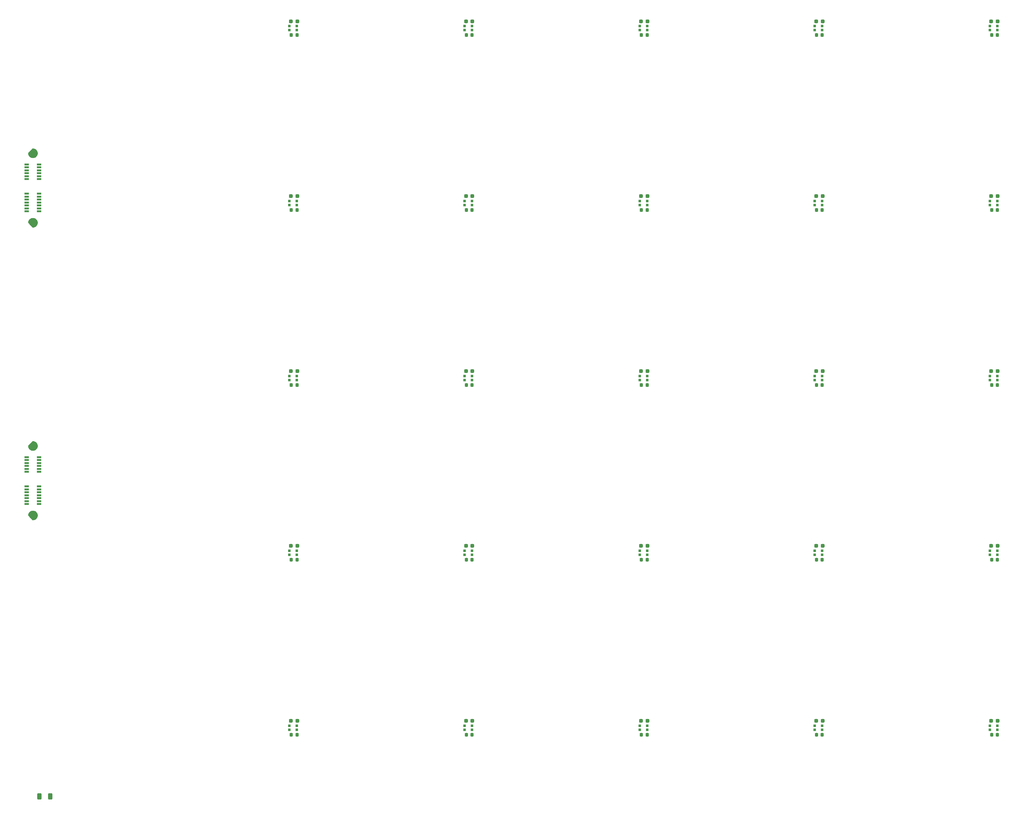
<source format=gbr>
%TF.GenerationSoftware,KiCad,Pcbnew,8.0.2-1*%
%TF.CreationDate,2024-06-20T12:26:40-04:00*%
%TF.ProjectId,EvenLayers_1.3mm_SiPM,4576656e-4c61-4796-9572-735f312e336d,rev?*%
%TF.SameCoordinates,Original*%
%TF.FileFunction,Paste,Top*%
%TF.FilePolarity,Positive*%
%FSLAX46Y46*%
G04 Gerber Fmt 4.6, Leading zero omitted, Abs format (unit mm)*
G04 Created by KiCad (PCBNEW 8.0.2-1) date 2024-06-20 12:26:40*
%MOMM*%
%LPD*%
G01*
G04 APERTURE LIST*
G04 Aperture macros list*
%AMRoundRect*
0 Rectangle with rounded corners*
0 $1 Rounding radius*
0 $2 $3 $4 $5 $6 $7 $8 $9 X,Y pos of 4 corners*
0 Add a 4 corners polygon primitive as box body*
4,1,4,$2,$3,$4,$5,$6,$7,$8,$9,$2,$3,0*
0 Add four circle primitives for the rounded corners*
1,1,$1+$1,$2,$3*
1,1,$1+$1,$4,$5*
1,1,$1+$1,$6,$7*
1,1,$1+$1,$8,$9*
0 Add four rect primitives between the rounded corners*
20,1,$1+$1,$2,$3,$4,$5,0*
20,1,$1+$1,$4,$5,$6,$7,0*
20,1,$1+$1,$6,$7,$8,$9,0*
20,1,$1+$1,$8,$9,$2,$3,0*%
G04 Aperture macros list end*
%ADD10C,0.010000*%
%ADD11RoundRect,0.237500X-0.287500X-0.237500X0.287500X-0.237500X0.287500X0.237500X-0.287500X0.237500X0*%
%ADD12RoundRect,0.225000X-0.225000X-0.250000X0.225000X-0.250000X0.225000X0.250000X-0.225000X0.250000X0*%
%ADD13R,0.700000X0.700000*%
%ADD14R,1.200000X0.500000*%
%ADD15RoundRect,0.250000X-0.312500X-0.625000X0.312500X-0.625000X0.312500X0.625000X-0.312500X0.625000X0*%
G04 APERTURE END LIST*
D10*
%TO.C,REF\u002A\u002A*%
X60066000Y-148227000D02*
X60133000Y-148232000D01*
X60199000Y-148241000D01*
X60264000Y-148253000D01*
X60329000Y-148268000D01*
X60392000Y-148287000D01*
X60455000Y-148309000D01*
X60517000Y-148335000D01*
X60577000Y-148363000D01*
X60635000Y-148395000D01*
X60692000Y-148430000D01*
X60746000Y-148468000D01*
X60799000Y-148508000D01*
X60850000Y-148551000D01*
X60898000Y-148597000D01*
X60944000Y-148645000D01*
X60987000Y-148696000D01*
X61027000Y-148749000D01*
X61065000Y-148803000D01*
X61100000Y-148860000D01*
X61132000Y-148918000D01*
X61160000Y-148978000D01*
X61186000Y-149040000D01*
X61208000Y-149103000D01*
X61227000Y-149166000D01*
X61242000Y-149231000D01*
X61254000Y-149296000D01*
X61263000Y-149362000D01*
X61268000Y-149429000D01*
X61270000Y-149495000D01*
X61268000Y-149561000D01*
X61263000Y-149628000D01*
X61254000Y-149694000D01*
X61242000Y-149759000D01*
X61227000Y-149824000D01*
X61208000Y-149887000D01*
X61186000Y-149950000D01*
X61160000Y-150012000D01*
X61132000Y-150072000D01*
X61100000Y-150130000D01*
X61065000Y-150187000D01*
X61027000Y-150241000D01*
X60987000Y-150294000D01*
X60944000Y-150345000D01*
X60898000Y-150393000D01*
X60873000Y-150416000D01*
X60847000Y-150439000D01*
X60821000Y-150462000D01*
X60794000Y-150484000D01*
X60766000Y-150505000D01*
X60738000Y-150525000D01*
X60709000Y-150544000D01*
X60680000Y-150563000D01*
X60651000Y-150581000D01*
X60620000Y-150598000D01*
X60590000Y-150615000D01*
X60559000Y-150630000D01*
X60527000Y-150645000D01*
X60496000Y-150659000D01*
X60464000Y-150672000D01*
X60431000Y-150685000D01*
X60398000Y-150696000D01*
X60365000Y-150707000D01*
X60332000Y-150716000D01*
X60298000Y-150725000D01*
X60265000Y-150733000D01*
X60231000Y-150740000D01*
X60197000Y-150746000D01*
X60162000Y-150752000D01*
X60128000Y-150756000D01*
X60093000Y-150759000D01*
X60059000Y-150762000D01*
X60024000Y-150764000D01*
X59989000Y-150764000D01*
X59954000Y-150764000D01*
X58731000Y-149541000D01*
X58730740Y-149540960D01*
X58731000Y-149506000D01*
X58731000Y-149471000D01*
X58733000Y-149436000D01*
X58736000Y-149402000D01*
X58739000Y-149367000D01*
X58743000Y-149333000D01*
X58749000Y-149298000D01*
X58755000Y-149264000D01*
X58762000Y-149230000D01*
X58770000Y-149196000D01*
X58779000Y-149163000D01*
X58788000Y-149130000D01*
X58799000Y-149097000D01*
X58810000Y-149064000D01*
X58823000Y-149031000D01*
X58836000Y-148999000D01*
X58850000Y-148967000D01*
X58865000Y-148936000D01*
X58880000Y-148905000D01*
X58897000Y-148875000D01*
X58914000Y-148844000D01*
X58932000Y-148815000D01*
X58951000Y-148786000D01*
X58970000Y-148757000D01*
X58990000Y-148729000D01*
X59011000Y-148701000D01*
X59033000Y-148674000D01*
X59056000Y-148648000D01*
X59079000Y-148622000D01*
X59102000Y-148597000D01*
X59150000Y-148551000D01*
X59201000Y-148508000D01*
X59254000Y-148468000D01*
X59308000Y-148430000D01*
X59365000Y-148395000D01*
X59423000Y-148363000D01*
X59483000Y-148335000D01*
X59545000Y-148309000D01*
X59608000Y-148287000D01*
X59671000Y-148268000D01*
X59736000Y-148253000D01*
X59801000Y-148241000D01*
X59867000Y-148232000D01*
X59934000Y-148227000D01*
X60000000Y-148225000D01*
X60066000Y-148227000D01*
G36*
X60066000Y-148227000D02*
G01*
X60133000Y-148232000D01*
X60199000Y-148241000D01*
X60264000Y-148253000D01*
X60329000Y-148268000D01*
X60392000Y-148287000D01*
X60455000Y-148309000D01*
X60517000Y-148335000D01*
X60577000Y-148363000D01*
X60635000Y-148395000D01*
X60692000Y-148430000D01*
X60746000Y-148468000D01*
X60799000Y-148508000D01*
X60850000Y-148551000D01*
X60898000Y-148597000D01*
X60944000Y-148645000D01*
X60987000Y-148696000D01*
X61027000Y-148749000D01*
X61065000Y-148803000D01*
X61100000Y-148860000D01*
X61132000Y-148918000D01*
X61160000Y-148978000D01*
X61186000Y-149040000D01*
X61208000Y-149103000D01*
X61227000Y-149166000D01*
X61242000Y-149231000D01*
X61254000Y-149296000D01*
X61263000Y-149362000D01*
X61268000Y-149429000D01*
X61270000Y-149495000D01*
X61268000Y-149561000D01*
X61263000Y-149628000D01*
X61254000Y-149694000D01*
X61242000Y-149759000D01*
X61227000Y-149824000D01*
X61208000Y-149887000D01*
X61186000Y-149950000D01*
X61160000Y-150012000D01*
X61132000Y-150072000D01*
X61100000Y-150130000D01*
X61065000Y-150187000D01*
X61027000Y-150241000D01*
X60987000Y-150294000D01*
X60944000Y-150345000D01*
X60898000Y-150393000D01*
X60873000Y-150416000D01*
X60847000Y-150439000D01*
X60821000Y-150462000D01*
X60794000Y-150484000D01*
X60766000Y-150505000D01*
X60738000Y-150525000D01*
X60709000Y-150544000D01*
X60680000Y-150563000D01*
X60651000Y-150581000D01*
X60620000Y-150598000D01*
X60590000Y-150615000D01*
X60559000Y-150630000D01*
X60527000Y-150645000D01*
X60496000Y-150659000D01*
X60464000Y-150672000D01*
X60431000Y-150685000D01*
X60398000Y-150696000D01*
X60365000Y-150707000D01*
X60332000Y-150716000D01*
X60298000Y-150725000D01*
X60265000Y-150733000D01*
X60231000Y-150740000D01*
X60197000Y-150746000D01*
X60162000Y-150752000D01*
X60128000Y-150756000D01*
X60093000Y-150759000D01*
X60059000Y-150762000D01*
X60024000Y-150764000D01*
X59989000Y-150764000D01*
X59954000Y-150764000D01*
X58731000Y-149541000D01*
X58730740Y-149540960D01*
X58731000Y-149506000D01*
X58731000Y-149471000D01*
X58733000Y-149436000D01*
X58736000Y-149402000D01*
X58739000Y-149367000D01*
X58743000Y-149333000D01*
X58749000Y-149298000D01*
X58755000Y-149264000D01*
X58762000Y-149230000D01*
X58770000Y-149196000D01*
X58779000Y-149163000D01*
X58788000Y-149130000D01*
X58799000Y-149097000D01*
X58810000Y-149064000D01*
X58823000Y-149031000D01*
X58836000Y-148999000D01*
X58850000Y-148967000D01*
X58865000Y-148936000D01*
X58880000Y-148905000D01*
X58897000Y-148875000D01*
X58914000Y-148844000D01*
X58932000Y-148815000D01*
X58951000Y-148786000D01*
X58970000Y-148757000D01*
X58990000Y-148729000D01*
X59011000Y-148701000D01*
X59033000Y-148674000D01*
X59056000Y-148648000D01*
X59079000Y-148622000D01*
X59102000Y-148597000D01*
X59150000Y-148551000D01*
X59201000Y-148508000D01*
X59254000Y-148468000D01*
X59308000Y-148430000D01*
X59365000Y-148395000D01*
X59423000Y-148363000D01*
X59483000Y-148335000D01*
X59545000Y-148309000D01*
X59608000Y-148287000D01*
X59671000Y-148268000D01*
X59736000Y-148253000D01*
X59801000Y-148241000D01*
X59867000Y-148232000D01*
X59934000Y-148227000D01*
X60000000Y-148225000D01*
X60066000Y-148227000D01*
G37*
X59989000Y-129236000D02*
X60024000Y-129236000D01*
X60059000Y-129238000D01*
X60093000Y-129241000D01*
X60128000Y-129244000D01*
X60162000Y-129248000D01*
X60197000Y-129254000D01*
X60231000Y-129260000D01*
X60265000Y-129267000D01*
X60298000Y-129275000D01*
X60332000Y-129284000D01*
X60365000Y-129293000D01*
X60398000Y-129304000D01*
X60431000Y-129315000D01*
X60464000Y-129328000D01*
X60496000Y-129341000D01*
X60527000Y-129355000D01*
X60559000Y-129370000D01*
X60590000Y-129385000D01*
X60620000Y-129402000D01*
X60651000Y-129419000D01*
X60680000Y-129437000D01*
X60709000Y-129456000D01*
X60738000Y-129475000D01*
X60766000Y-129495000D01*
X60794000Y-129516000D01*
X60821000Y-129538000D01*
X60847000Y-129561000D01*
X60873000Y-129584000D01*
X60898000Y-129607000D01*
X60944000Y-129655000D01*
X60987000Y-129706000D01*
X61027000Y-129759000D01*
X61065000Y-129813000D01*
X61100000Y-129870000D01*
X61132000Y-129928000D01*
X61160000Y-129988000D01*
X61186000Y-130050000D01*
X61208000Y-130113000D01*
X61227000Y-130176000D01*
X61242000Y-130241000D01*
X61254000Y-130306000D01*
X61263000Y-130372000D01*
X61268000Y-130439000D01*
X61270000Y-130505000D01*
X61268000Y-130571000D01*
X61263000Y-130638000D01*
X61254000Y-130704000D01*
X61242000Y-130769000D01*
X61227000Y-130834000D01*
X61208000Y-130897000D01*
X61186000Y-130960000D01*
X61160000Y-131022000D01*
X61132000Y-131082000D01*
X61100000Y-131140000D01*
X61065000Y-131197000D01*
X61027000Y-131251000D01*
X60987000Y-131304000D01*
X60944000Y-131355000D01*
X60898000Y-131403000D01*
X60850000Y-131449000D01*
X60799000Y-131492000D01*
X60746000Y-131532000D01*
X60692000Y-131570000D01*
X60635000Y-131605000D01*
X60577000Y-131637000D01*
X60517000Y-131665000D01*
X60455000Y-131691000D01*
X60392000Y-131713000D01*
X60329000Y-131732000D01*
X60264000Y-131747000D01*
X60199000Y-131759000D01*
X60133000Y-131768000D01*
X60066000Y-131773000D01*
X60000000Y-131775000D01*
X59934000Y-131773000D01*
X59867000Y-131768000D01*
X59801000Y-131759000D01*
X59736000Y-131747000D01*
X59671000Y-131732000D01*
X59608000Y-131713000D01*
X59545000Y-131691000D01*
X59483000Y-131665000D01*
X59423000Y-131637000D01*
X59365000Y-131605000D01*
X59308000Y-131570000D01*
X59254000Y-131532000D01*
X59201000Y-131492000D01*
X59150000Y-131449000D01*
X59102000Y-131403000D01*
X59079000Y-131378000D01*
X59056000Y-131352000D01*
X59033000Y-131326000D01*
X59011000Y-131299000D01*
X58990000Y-131271000D01*
X58970000Y-131243000D01*
X58951000Y-131214000D01*
X58932000Y-131185000D01*
X58914000Y-131156000D01*
X58897000Y-131125000D01*
X58880000Y-131095000D01*
X58865000Y-131064000D01*
X58850000Y-131033000D01*
X58836000Y-131001000D01*
X58823000Y-130969000D01*
X58810000Y-130936000D01*
X58799000Y-130903000D01*
X58788000Y-130870000D01*
X58779000Y-130837000D01*
X58770000Y-130804000D01*
X58762000Y-130770000D01*
X58755000Y-130736000D01*
X58749000Y-130702000D01*
X58743000Y-130667000D01*
X58739000Y-130633000D01*
X58736000Y-130598000D01*
X58733000Y-130564000D01*
X58731000Y-130529000D01*
X58731000Y-130494000D01*
X58731000Y-130459000D01*
X59954000Y-129236000D01*
X59954041Y-129235700D01*
X59989000Y-129236000D01*
G36*
X59989000Y-129236000D02*
G01*
X60024000Y-129236000D01*
X60059000Y-129238000D01*
X60093000Y-129241000D01*
X60128000Y-129244000D01*
X60162000Y-129248000D01*
X60197000Y-129254000D01*
X60231000Y-129260000D01*
X60265000Y-129267000D01*
X60298000Y-129275000D01*
X60332000Y-129284000D01*
X60365000Y-129293000D01*
X60398000Y-129304000D01*
X60431000Y-129315000D01*
X60464000Y-129328000D01*
X60496000Y-129341000D01*
X60527000Y-129355000D01*
X60559000Y-129370000D01*
X60590000Y-129385000D01*
X60620000Y-129402000D01*
X60651000Y-129419000D01*
X60680000Y-129437000D01*
X60709000Y-129456000D01*
X60738000Y-129475000D01*
X60766000Y-129495000D01*
X60794000Y-129516000D01*
X60821000Y-129538000D01*
X60847000Y-129561000D01*
X60873000Y-129584000D01*
X60898000Y-129607000D01*
X60944000Y-129655000D01*
X60987000Y-129706000D01*
X61027000Y-129759000D01*
X61065000Y-129813000D01*
X61100000Y-129870000D01*
X61132000Y-129928000D01*
X61160000Y-129988000D01*
X61186000Y-130050000D01*
X61208000Y-130113000D01*
X61227000Y-130176000D01*
X61242000Y-130241000D01*
X61254000Y-130306000D01*
X61263000Y-130372000D01*
X61268000Y-130439000D01*
X61270000Y-130505000D01*
X61268000Y-130571000D01*
X61263000Y-130638000D01*
X61254000Y-130704000D01*
X61242000Y-130769000D01*
X61227000Y-130834000D01*
X61208000Y-130897000D01*
X61186000Y-130960000D01*
X61160000Y-131022000D01*
X61132000Y-131082000D01*
X61100000Y-131140000D01*
X61065000Y-131197000D01*
X61027000Y-131251000D01*
X60987000Y-131304000D01*
X60944000Y-131355000D01*
X60898000Y-131403000D01*
X60850000Y-131449000D01*
X60799000Y-131492000D01*
X60746000Y-131532000D01*
X60692000Y-131570000D01*
X60635000Y-131605000D01*
X60577000Y-131637000D01*
X60517000Y-131665000D01*
X60455000Y-131691000D01*
X60392000Y-131713000D01*
X60329000Y-131732000D01*
X60264000Y-131747000D01*
X60199000Y-131759000D01*
X60133000Y-131768000D01*
X60066000Y-131773000D01*
X60000000Y-131775000D01*
X59934000Y-131773000D01*
X59867000Y-131768000D01*
X59801000Y-131759000D01*
X59736000Y-131747000D01*
X59671000Y-131732000D01*
X59608000Y-131713000D01*
X59545000Y-131691000D01*
X59483000Y-131665000D01*
X59423000Y-131637000D01*
X59365000Y-131605000D01*
X59308000Y-131570000D01*
X59254000Y-131532000D01*
X59201000Y-131492000D01*
X59150000Y-131449000D01*
X59102000Y-131403000D01*
X59079000Y-131378000D01*
X59056000Y-131352000D01*
X59033000Y-131326000D01*
X59011000Y-131299000D01*
X58990000Y-131271000D01*
X58970000Y-131243000D01*
X58951000Y-131214000D01*
X58932000Y-131185000D01*
X58914000Y-131156000D01*
X58897000Y-131125000D01*
X58880000Y-131095000D01*
X58865000Y-131064000D01*
X58850000Y-131033000D01*
X58836000Y-131001000D01*
X58823000Y-130969000D01*
X58810000Y-130936000D01*
X58799000Y-130903000D01*
X58788000Y-130870000D01*
X58779000Y-130837000D01*
X58770000Y-130804000D01*
X58762000Y-130770000D01*
X58755000Y-130736000D01*
X58749000Y-130702000D01*
X58743000Y-130667000D01*
X58739000Y-130633000D01*
X58736000Y-130598000D01*
X58733000Y-130564000D01*
X58731000Y-130529000D01*
X58731000Y-130494000D01*
X58731000Y-130459000D01*
X59954000Y-129236000D01*
X59954041Y-129235700D01*
X59989000Y-129236000D01*
G37*
X60066000Y-228227000D02*
X60133000Y-228232000D01*
X60199000Y-228241000D01*
X60264000Y-228253000D01*
X60329000Y-228268000D01*
X60392000Y-228287000D01*
X60455000Y-228309000D01*
X60517000Y-228335000D01*
X60577000Y-228363000D01*
X60635000Y-228395000D01*
X60692000Y-228430000D01*
X60746000Y-228468000D01*
X60799000Y-228508000D01*
X60850000Y-228551000D01*
X60898000Y-228597000D01*
X60944000Y-228645000D01*
X60987000Y-228696000D01*
X61027000Y-228749000D01*
X61065000Y-228803000D01*
X61100000Y-228860000D01*
X61132000Y-228918000D01*
X61160000Y-228978000D01*
X61186000Y-229040000D01*
X61208000Y-229103000D01*
X61227000Y-229166000D01*
X61242000Y-229231000D01*
X61254000Y-229296000D01*
X61263000Y-229362000D01*
X61268000Y-229429000D01*
X61270000Y-229495000D01*
X61268000Y-229561000D01*
X61263000Y-229628000D01*
X61254000Y-229694000D01*
X61242000Y-229759000D01*
X61227000Y-229824000D01*
X61208000Y-229887000D01*
X61186000Y-229950000D01*
X61160000Y-230012000D01*
X61132000Y-230072000D01*
X61100000Y-230130000D01*
X61065000Y-230187000D01*
X61027000Y-230241000D01*
X60987000Y-230294000D01*
X60944000Y-230345000D01*
X60898000Y-230393000D01*
X60873000Y-230416000D01*
X60847000Y-230439000D01*
X60821000Y-230462000D01*
X60794000Y-230484000D01*
X60766000Y-230505000D01*
X60738000Y-230525000D01*
X60709000Y-230544000D01*
X60680000Y-230563000D01*
X60651000Y-230581000D01*
X60620000Y-230598000D01*
X60590000Y-230615000D01*
X60559000Y-230630000D01*
X60527000Y-230645000D01*
X60496000Y-230659000D01*
X60464000Y-230672000D01*
X60431000Y-230685000D01*
X60398000Y-230696000D01*
X60365000Y-230707000D01*
X60332000Y-230716000D01*
X60298000Y-230725000D01*
X60265000Y-230733000D01*
X60231000Y-230740000D01*
X60197000Y-230746000D01*
X60162000Y-230752000D01*
X60128000Y-230756000D01*
X60093000Y-230759000D01*
X60059000Y-230762000D01*
X60024000Y-230764000D01*
X59989000Y-230764000D01*
X59954000Y-230764000D01*
X58731000Y-229541000D01*
X58730740Y-229540960D01*
X58731000Y-229506000D01*
X58731000Y-229471000D01*
X58733000Y-229436000D01*
X58736000Y-229402000D01*
X58739000Y-229367000D01*
X58743000Y-229333000D01*
X58749000Y-229298000D01*
X58755000Y-229264000D01*
X58762000Y-229230000D01*
X58770000Y-229196000D01*
X58779000Y-229163000D01*
X58788000Y-229130000D01*
X58799000Y-229097000D01*
X58810000Y-229064000D01*
X58823000Y-229031000D01*
X58836000Y-228999000D01*
X58850000Y-228967000D01*
X58865000Y-228936000D01*
X58880000Y-228905000D01*
X58897000Y-228875000D01*
X58914000Y-228844000D01*
X58932000Y-228815000D01*
X58951000Y-228786000D01*
X58970000Y-228757000D01*
X58990000Y-228729000D01*
X59011000Y-228701000D01*
X59033000Y-228674000D01*
X59056000Y-228648000D01*
X59079000Y-228622000D01*
X59102000Y-228597000D01*
X59150000Y-228551000D01*
X59201000Y-228508000D01*
X59254000Y-228468000D01*
X59308000Y-228430000D01*
X59365000Y-228395000D01*
X59423000Y-228363000D01*
X59483000Y-228335000D01*
X59545000Y-228309000D01*
X59608000Y-228287000D01*
X59671000Y-228268000D01*
X59736000Y-228253000D01*
X59801000Y-228241000D01*
X59867000Y-228232000D01*
X59934000Y-228227000D01*
X60000000Y-228225000D01*
X60066000Y-228227000D01*
G36*
X60066000Y-228227000D02*
G01*
X60133000Y-228232000D01*
X60199000Y-228241000D01*
X60264000Y-228253000D01*
X60329000Y-228268000D01*
X60392000Y-228287000D01*
X60455000Y-228309000D01*
X60517000Y-228335000D01*
X60577000Y-228363000D01*
X60635000Y-228395000D01*
X60692000Y-228430000D01*
X60746000Y-228468000D01*
X60799000Y-228508000D01*
X60850000Y-228551000D01*
X60898000Y-228597000D01*
X60944000Y-228645000D01*
X60987000Y-228696000D01*
X61027000Y-228749000D01*
X61065000Y-228803000D01*
X61100000Y-228860000D01*
X61132000Y-228918000D01*
X61160000Y-228978000D01*
X61186000Y-229040000D01*
X61208000Y-229103000D01*
X61227000Y-229166000D01*
X61242000Y-229231000D01*
X61254000Y-229296000D01*
X61263000Y-229362000D01*
X61268000Y-229429000D01*
X61270000Y-229495000D01*
X61268000Y-229561000D01*
X61263000Y-229628000D01*
X61254000Y-229694000D01*
X61242000Y-229759000D01*
X61227000Y-229824000D01*
X61208000Y-229887000D01*
X61186000Y-229950000D01*
X61160000Y-230012000D01*
X61132000Y-230072000D01*
X61100000Y-230130000D01*
X61065000Y-230187000D01*
X61027000Y-230241000D01*
X60987000Y-230294000D01*
X60944000Y-230345000D01*
X60898000Y-230393000D01*
X60873000Y-230416000D01*
X60847000Y-230439000D01*
X60821000Y-230462000D01*
X60794000Y-230484000D01*
X60766000Y-230505000D01*
X60738000Y-230525000D01*
X60709000Y-230544000D01*
X60680000Y-230563000D01*
X60651000Y-230581000D01*
X60620000Y-230598000D01*
X60590000Y-230615000D01*
X60559000Y-230630000D01*
X60527000Y-230645000D01*
X60496000Y-230659000D01*
X60464000Y-230672000D01*
X60431000Y-230685000D01*
X60398000Y-230696000D01*
X60365000Y-230707000D01*
X60332000Y-230716000D01*
X60298000Y-230725000D01*
X60265000Y-230733000D01*
X60231000Y-230740000D01*
X60197000Y-230746000D01*
X60162000Y-230752000D01*
X60128000Y-230756000D01*
X60093000Y-230759000D01*
X60059000Y-230762000D01*
X60024000Y-230764000D01*
X59989000Y-230764000D01*
X59954000Y-230764000D01*
X58731000Y-229541000D01*
X58730740Y-229540960D01*
X58731000Y-229506000D01*
X58731000Y-229471000D01*
X58733000Y-229436000D01*
X58736000Y-229402000D01*
X58739000Y-229367000D01*
X58743000Y-229333000D01*
X58749000Y-229298000D01*
X58755000Y-229264000D01*
X58762000Y-229230000D01*
X58770000Y-229196000D01*
X58779000Y-229163000D01*
X58788000Y-229130000D01*
X58799000Y-229097000D01*
X58810000Y-229064000D01*
X58823000Y-229031000D01*
X58836000Y-228999000D01*
X58850000Y-228967000D01*
X58865000Y-228936000D01*
X58880000Y-228905000D01*
X58897000Y-228875000D01*
X58914000Y-228844000D01*
X58932000Y-228815000D01*
X58951000Y-228786000D01*
X58970000Y-228757000D01*
X58990000Y-228729000D01*
X59011000Y-228701000D01*
X59033000Y-228674000D01*
X59056000Y-228648000D01*
X59079000Y-228622000D01*
X59102000Y-228597000D01*
X59150000Y-228551000D01*
X59201000Y-228508000D01*
X59254000Y-228468000D01*
X59308000Y-228430000D01*
X59365000Y-228395000D01*
X59423000Y-228363000D01*
X59483000Y-228335000D01*
X59545000Y-228309000D01*
X59608000Y-228287000D01*
X59671000Y-228268000D01*
X59736000Y-228253000D01*
X59801000Y-228241000D01*
X59867000Y-228232000D01*
X59934000Y-228227000D01*
X60000000Y-228225000D01*
X60066000Y-228227000D01*
G37*
X59989000Y-209236000D02*
X60024000Y-209236000D01*
X60059000Y-209238000D01*
X60093000Y-209241000D01*
X60128000Y-209244000D01*
X60162000Y-209248000D01*
X60197000Y-209254000D01*
X60231000Y-209260000D01*
X60265000Y-209267000D01*
X60298000Y-209275000D01*
X60332000Y-209284000D01*
X60365000Y-209293000D01*
X60398000Y-209304000D01*
X60431000Y-209315000D01*
X60464000Y-209328000D01*
X60496000Y-209341000D01*
X60527000Y-209355000D01*
X60559000Y-209370000D01*
X60590000Y-209385000D01*
X60620000Y-209402000D01*
X60651000Y-209419000D01*
X60680000Y-209437000D01*
X60709000Y-209456000D01*
X60738000Y-209475000D01*
X60766000Y-209495000D01*
X60794000Y-209516000D01*
X60821000Y-209538000D01*
X60847000Y-209561000D01*
X60873000Y-209584000D01*
X60898000Y-209607000D01*
X60944000Y-209655000D01*
X60987000Y-209706000D01*
X61027000Y-209759000D01*
X61065000Y-209813000D01*
X61100000Y-209870000D01*
X61132000Y-209928000D01*
X61160000Y-209988000D01*
X61186000Y-210050000D01*
X61208000Y-210113000D01*
X61227000Y-210176000D01*
X61242000Y-210241000D01*
X61254000Y-210306000D01*
X61263000Y-210372000D01*
X61268000Y-210439000D01*
X61270000Y-210505000D01*
X61268000Y-210571000D01*
X61263000Y-210638000D01*
X61254000Y-210704000D01*
X61242000Y-210769000D01*
X61227000Y-210834000D01*
X61208000Y-210897000D01*
X61186000Y-210960000D01*
X61160000Y-211022000D01*
X61132000Y-211082000D01*
X61100000Y-211140000D01*
X61065000Y-211197000D01*
X61027000Y-211251000D01*
X60987000Y-211304000D01*
X60944000Y-211355000D01*
X60898000Y-211403000D01*
X60850000Y-211449000D01*
X60799000Y-211492000D01*
X60746000Y-211532000D01*
X60692000Y-211570000D01*
X60635000Y-211605000D01*
X60577000Y-211637000D01*
X60517000Y-211665000D01*
X60455000Y-211691000D01*
X60392000Y-211713000D01*
X60329000Y-211732000D01*
X60264000Y-211747000D01*
X60199000Y-211759000D01*
X60133000Y-211768000D01*
X60066000Y-211773000D01*
X60000000Y-211775000D01*
X59934000Y-211773000D01*
X59867000Y-211768000D01*
X59801000Y-211759000D01*
X59736000Y-211747000D01*
X59671000Y-211732000D01*
X59608000Y-211713000D01*
X59545000Y-211691000D01*
X59483000Y-211665000D01*
X59423000Y-211637000D01*
X59365000Y-211605000D01*
X59308000Y-211570000D01*
X59254000Y-211532000D01*
X59201000Y-211492000D01*
X59150000Y-211449000D01*
X59102000Y-211403000D01*
X59079000Y-211378000D01*
X59056000Y-211352000D01*
X59033000Y-211326000D01*
X59011000Y-211299000D01*
X58990000Y-211271000D01*
X58970000Y-211243000D01*
X58951000Y-211214000D01*
X58932000Y-211185000D01*
X58914000Y-211156000D01*
X58897000Y-211125000D01*
X58880000Y-211095000D01*
X58865000Y-211064000D01*
X58850000Y-211033000D01*
X58836000Y-211001000D01*
X58823000Y-210969000D01*
X58810000Y-210936000D01*
X58799000Y-210903000D01*
X58788000Y-210870000D01*
X58779000Y-210837000D01*
X58770000Y-210804000D01*
X58762000Y-210770000D01*
X58755000Y-210736000D01*
X58749000Y-210702000D01*
X58743000Y-210667000D01*
X58739000Y-210633000D01*
X58736000Y-210598000D01*
X58733000Y-210564000D01*
X58731000Y-210529000D01*
X58731000Y-210494000D01*
X58731000Y-210459000D01*
X59954000Y-209236000D01*
X59954041Y-209235700D01*
X59989000Y-209236000D01*
G36*
X59989000Y-209236000D02*
G01*
X60024000Y-209236000D01*
X60059000Y-209238000D01*
X60093000Y-209241000D01*
X60128000Y-209244000D01*
X60162000Y-209248000D01*
X60197000Y-209254000D01*
X60231000Y-209260000D01*
X60265000Y-209267000D01*
X60298000Y-209275000D01*
X60332000Y-209284000D01*
X60365000Y-209293000D01*
X60398000Y-209304000D01*
X60431000Y-209315000D01*
X60464000Y-209328000D01*
X60496000Y-209341000D01*
X60527000Y-209355000D01*
X60559000Y-209370000D01*
X60590000Y-209385000D01*
X60620000Y-209402000D01*
X60651000Y-209419000D01*
X60680000Y-209437000D01*
X60709000Y-209456000D01*
X60738000Y-209475000D01*
X60766000Y-209495000D01*
X60794000Y-209516000D01*
X60821000Y-209538000D01*
X60847000Y-209561000D01*
X60873000Y-209584000D01*
X60898000Y-209607000D01*
X60944000Y-209655000D01*
X60987000Y-209706000D01*
X61027000Y-209759000D01*
X61065000Y-209813000D01*
X61100000Y-209870000D01*
X61132000Y-209928000D01*
X61160000Y-209988000D01*
X61186000Y-210050000D01*
X61208000Y-210113000D01*
X61227000Y-210176000D01*
X61242000Y-210241000D01*
X61254000Y-210306000D01*
X61263000Y-210372000D01*
X61268000Y-210439000D01*
X61270000Y-210505000D01*
X61268000Y-210571000D01*
X61263000Y-210638000D01*
X61254000Y-210704000D01*
X61242000Y-210769000D01*
X61227000Y-210834000D01*
X61208000Y-210897000D01*
X61186000Y-210960000D01*
X61160000Y-211022000D01*
X61132000Y-211082000D01*
X61100000Y-211140000D01*
X61065000Y-211197000D01*
X61027000Y-211251000D01*
X60987000Y-211304000D01*
X60944000Y-211355000D01*
X60898000Y-211403000D01*
X60850000Y-211449000D01*
X60799000Y-211492000D01*
X60746000Y-211532000D01*
X60692000Y-211570000D01*
X60635000Y-211605000D01*
X60577000Y-211637000D01*
X60517000Y-211665000D01*
X60455000Y-211691000D01*
X60392000Y-211713000D01*
X60329000Y-211732000D01*
X60264000Y-211747000D01*
X60199000Y-211759000D01*
X60133000Y-211768000D01*
X60066000Y-211773000D01*
X60000000Y-211775000D01*
X59934000Y-211773000D01*
X59867000Y-211768000D01*
X59801000Y-211759000D01*
X59736000Y-211747000D01*
X59671000Y-211732000D01*
X59608000Y-211713000D01*
X59545000Y-211691000D01*
X59483000Y-211665000D01*
X59423000Y-211637000D01*
X59365000Y-211605000D01*
X59308000Y-211570000D01*
X59254000Y-211532000D01*
X59201000Y-211492000D01*
X59150000Y-211449000D01*
X59102000Y-211403000D01*
X59079000Y-211378000D01*
X59056000Y-211352000D01*
X59033000Y-211326000D01*
X59011000Y-211299000D01*
X58990000Y-211271000D01*
X58970000Y-211243000D01*
X58951000Y-211214000D01*
X58932000Y-211185000D01*
X58914000Y-211156000D01*
X58897000Y-211125000D01*
X58880000Y-211095000D01*
X58865000Y-211064000D01*
X58850000Y-211033000D01*
X58836000Y-211001000D01*
X58823000Y-210969000D01*
X58810000Y-210936000D01*
X58799000Y-210903000D01*
X58788000Y-210870000D01*
X58779000Y-210837000D01*
X58770000Y-210804000D01*
X58762000Y-210770000D01*
X58755000Y-210736000D01*
X58749000Y-210702000D01*
X58743000Y-210667000D01*
X58739000Y-210633000D01*
X58736000Y-210598000D01*
X58733000Y-210564000D01*
X58731000Y-210529000D01*
X58731000Y-210494000D01*
X58731000Y-210459000D01*
X59954000Y-209236000D01*
X59954041Y-209235700D01*
X59989000Y-209236000D01*
G37*
%TD*%
D11*
%TO.C,REF\u002A\u002A34*%
X321675000Y-190065000D03*
D12*
X321775000Y-193850000D03*
D13*
X323302500Y-191400000D03*
X321277500Y-191400000D03*
D12*
X323325000Y-193850000D03*
D11*
X323425000Y-190065000D03*
D13*
X321277500Y-192500000D03*
X323302500Y-192500000D03*
%TD*%
D11*
%TO.C,REF\u002A\u002A40*%
X130475000Y-285665000D03*
D12*
X130575000Y-289450000D03*
D13*
X132102500Y-287000000D03*
X130077500Y-287000000D03*
D12*
X132125000Y-289450000D03*
D11*
X132225000Y-285665000D03*
D13*
X130077500Y-288100000D03*
X132102500Y-288100000D03*
%TD*%
D11*
%TO.C,REF\u002A\u002A30*%
X130475000Y-190065000D03*
D12*
X130575000Y-193850000D03*
D13*
X132102500Y-191400000D03*
X130077500Y-191400000D03*
D12*
X132125000Y-193850000D03*
D11*
X132225000Y-190065000D03*
D13*
X130077500Y-192500000D03*
X132102500Y-192500000D03*
%TD*%
D11*
%TO.C,REF\u002A\u002A24*%
X321675000Y-94465000D03*
D12*
X321775000Y-98250000D03*
D13*
X323302500Y-95800000D03*
X321277500Y-95800000D03*
D12*
X323325000Y-98250000D03*
D11*
X323425000Y-94465000D03*
D13*
X321277500Y-96900000D03*
X323302500Y-96900000D03*
%TD*%
D11*
%TO.C,REF\u002A\u002A43*%
X273875000Y-285665000D03*
D12*
X273975000Y-289450000D03*
D13*
X275502500Y-287000000D03*
X273477500Y-287000000D03*
D12*
X275525000Y-289450000D03*
D11*
X275625000Y-285665000D03*
D13*
X273477500Y-288100000D03*
X275502500Y-288100000D03*
%TD*%
D11*
%TO.C,REF\u002A\u002A38*%
X273875000Y-237865000D03*
D12*
X273975000Y-241650000D03*
D13*
X275502500Y-239200000D03*
X273477500Y-239200000D03*
D12*
X275525000Y-241650000D03*
D11*
X275625000Y-237865000D03*
D13*
X273477500Y-240300000D03*
X275502500Y-240300000D03*
%TD*%
D11*
%TO.C,REF\u002A\u002A22*%
X226075000Y-94465000D03*
D12*
X226175000Y-98250000D03*
D13*
X227702500Y-95800000D03*
X225677500Y-95800000D03*
D12*
X227725000Y-98250000D03*
D11*
X227825000Y-94465000D03*
D13*
X225677500Y-96900000D03*
X227702500Y-96900000D03*
%TD*%
D11*
%TO.C,REF\u002A\u002A28*%
X273875000Y-142265000D03*
D12*
X273975000Y-146050000D03*
D13*
X275502500Y-143600000D03*
X273477500Y-143600000D03*
D12*
X275525000Y-146050000D03*
D11*
X275625000Y-142265000D03*
D13*
X273477500Y-144700000D03*
X275502500Y-144700000D03*
%TD*%
D11*
%TO.C,REF\u002A\u002A23*%
X273875000Y-94465000D03*
D12*
X273975000Y-98250000D03*
D13*
X275502500Y-95800000D03*
X273477500Y-95800000D03*
D12*
X275525000Y-98250000D03*
D11*
X275625000Y-94465000D03*
D13*
X273477500Y-96900000D03*
X275502500Y-96900000D03*
%TD*%
D11*
%TO.C,REF\u002A\u002A32*%
X226075000Y-190065000D03*
D12*
X226175000Y-193850000D03*
D13*
X227702500Y-191400000D03*
X225677500Y-191400000D03*
D12*
X227725000Y-193850000D03*
D11*
X227825000Y-190065000D03*
D13*
X225677500Y-192500000D03*
X227702500Y-192500000D03*
%TD*%
D11*
%TO.C,REF\u002A\u002A44*%
X321675000Y-285665000D03*
D12*
X321775000Y-289450000D03*
D13*
X323302500Y-287000000D03*
X321277500Y-287000000D03*
D12*
X323325000Y-289450000D03*
D11*
X323425000Y-285665000D03*
D13*
X321277500Y-288100000D03*
X323302500Y-288100000D03*
%TD*%
D11*
%TO.C,REF\u002A\u002A26*%
X178275000Y-142265000D03*
D12*
X178375000Y-146050000D03*
D13*
X179902500Y-143600000D03*
X177877500Y-143600000D03*
D12*
X179925000Y-146050000D03*
D11*
X180025000Y-142265000D03*
D13*
X177877500Y-144700000D03*
X179902500Y-144700000D03*
%TD*%
D11*
%TO.C,REF\u002A\u002A36*%
X178275000Y-237865000D03*
D12*
X178375000Y-241650000D03*
D13*
X179902500Y-239200000D03*
X177877500Y-239200000D03*
D12*
X179925000Y-241650000D03*
D11*
X180025000Y-237865000D03*
D13*
X177877500Y-240300000D03*
X179902500Y-240300000D03*
%TD*%
D11*
%TO.C,REF\u002A\u002A20*%
X130475000Y-94465000D03*
D12*
X130575000Y-98250000D03*
D13*
X132102500Y-95800000D03*
X130077500Y-95800000D03*
D12*
X132125000Y-98250000D03*
D11*
X132225000Y-94465000D03*
D13*
X130077500Y-96900000D03*
X132102500Y-96900000D03*
%TD*%
D11*
%TO.C,REF\u002A\u002A25*%
X130475000Y-142265000D03*
D12*
X130575000Y-146050000D03*
D13*
X132102500Y-143600000D03*
X130077500Y-143600000D03*
D12*
X132125000Y-146050000D03*
D11*
X132225000Y-142265000D03*
D13*
X130077500Y-144700000D03*
X132102500Y-144700000D03*
%TD*%
D11*
%TO.C,REF\u002A\u002A37*%
X226075000Y-237865000D03*
D12*
X226175000Y-241650000D03*
D13*
X227702500Y-239200000D03*
X225677500Y-239200000D03*
D12*
X227725000Y-241650000D03*
D11*
X227825000Y-237865000D03*
D13*
X225677500Y-240300000D03*
X227702500Y-240300000D03*
%TD*%
D11*
%TO.C,REF\u002A\u002A31*%
X178275000Y-190065000D03*
D12*
X178375000Y-193850000D03*
D13*
X179902500Y-191400000D03*
X177877500Y-191400000D03*
D12*
X179925000Y-193850000D03*
D11*
X180025000Y-190065000D03*
D13*
X177877500Y-192500000D03*
X179902500Y-192500000D03*
%TD*%
D11*
%TO.C,REF\u002A\u002A27*%
X226075000Y-142265000D03*
D12*
X226175000Y-146050000D03*
D13*
X227702500Y-143600000D03*
X225677500Y-143600000D03*
D12*
X227725000Y-146050000D03*
D11*
X227825000Y-142265000D03*
D13*
X225677500Y-144700000D03*
X227702500Y-144700000D03*
%TD*%
D11*
%TO.C,REF\u002A\u002A41*%
X178275000Y-285665000D03*
D12*
X178375000Y-289450000D03*
D13*
X179902500Y-287000000D03*
X177877500Y-287000000D03*
D12*
X179925000Y-289450000D03*
D11*
X180025000Y-285665000D03*
D13*
X177877500Y-288100000D03*
X179902500Y-288100000D03*
%TD*%
D11*
%TO.C,REF\u002A\u002A29*%
X321675000Y-142265000D03*
D12*
X321775000Y-146050000D03*
D13*
X323302500Y-143600000D03*
X321277500Y-143600000D03*
D12*
X323325000Y-146050000D03*
D11*
X323425000Y-142265000D03*
D13*
X321277500Y-144700000D03*
X323302500Y-144700000D03*
%TD*%
D11*
%TO.C,REF\u002A\u002A21*%
X178275000Y-94465000D03*
D12*
X178375000Y-98250000D03*
D13*
X179902500Y-95800000D03*
X177877500Y-95800000D03*
D12*
X179925000Y-98250000D03*
D11*
X180025000Y-94465000D03*
D13*
X177877500Y-96900000D03*
X179902500Y-96900000D03*
%TD*%
D11*
%TO.C,REF\u002A\u002A42*%
X226075000Y-285665000D03*
D12*
X226175000Y-289450000D03*
D13*
X227702500Y-287000000D03*
X225677500Y-287000000D03*
D12*
X227725000Y-289450000D03*
D11*
X227825000Y-285665000D03*
D13*
X225677500Y-288100000D03*
X227702500Y-288100000D03*
%TD*%
D11*
%TO.C,REF\u002A\u002A35*%
X130475000Y-237865000D03*
D12*
X130575000Y-241650000D03*
D13*
X132102500Y-239200000D03*
X130077500Y-239200000D03*
D12*
X132125000Y-241650000D03*
D11*
X132225000Y-237865000D03*
D13*
X130077500Y-240300000D03*
X132102500Y-240300000D03*
%TD*%
D11*
%TO.C,REF\u002A\u002A39*%
X321675000Y-237865000D03*
D12*
X321775000Y-241650000D03*
D13*
X323302500Y-239200000D03*
X321277500Y-239200000D03*
D12*
X323325000Y-241650000D03*
D11*
X323425000Y-237865000D03*
D13*
X321277500Y-240300000D03*
X323302500Y-240300000D03*
%TD*%
D11*
%TO.C,REF\u002A\u002A33*%
X273875000Y-190065000D03*
D12*
X273975000Y-193850000D03*
D13*
X275502500Y-191400000D03*
X273477500Y-191400000D03*
D12*
X275525000Y-193850000D03*
D11*
X275625000Y-190065000D03*
D13*
X273477500Y-192500000D03*
X275502500Y-192500000D03*
%TD*%
D14*
%TO.C,REF\u002A\u002A*%
X58300000Y-133600000D03*
X61700000Y-133600000D03*
X58300000Y-134400000D03*
X61700000Y-134400000D03*
X58300000Y-135200000D03*
X61700000Y-135200000D03*
X58300000Y-136000000D03*
X61700000Y-136000000D03*
X58300000Y-136800000D03*
X61700000Y-136800000D03*
X58300000Y-137600000D03*
X61700000Y-137600000D03*
X58300000Y-141600000D03*
X61700000Y-141600000D03*
X58300000Y-142400000D03*
X61700000Y-142400000D03*
X58300000Y-143200000D03*
X61700000Y-143200000D03*
X58300000Y-144000000D03*
X61700000Y-144000000D03*
X58300000Y-144800000D03*
X61700000Y-144800000D03*
X58300000Y-145600000D03*
X61700000Y-145600000D03*
X58300000Y-146400000D03*
X61700000Y-146400000D03*
%TD*%
%TO.C,REF\u002A\u002A*%
X58300000Y-213600000D03*
X61700000Y-213600000D03*
X58300000Y-214400000D03*
X61700000Y-214400000D03*
X58300000Y-215200000D03*
X61700000Y-215200000D03*
X58300000Y-216000000D03*
X61700000Y-216000000D03*
X58300000Y-216800000D03*
X61700000Y-216800000D03*
X58300000Y-217600000D03*
X61700000Y-217600000D03*
X58300000Y-221600000D03*
X61700000Y-221600000D03*
X58300000Y-222400000D03*
X61700000Y-222400000D03*
X58300000Y-223200000D03*
X61700000Y-223200000D03*
X58300000Y-224000000D03*
X61700000Y-224000000D03*
X58300000Y-224800000D03*
X61700000Y-224800000D03*
X58300000Y-225600000D03*
X61700000Y-225600000D03*
X58300000Y-226400000D03*
X61700000Y-226400000D03*
%TD*%
D15*
%TO.C,50 \u03A9*%
X61837500Y-306300000D03*
X64762500Y-306300000D03*
%TD*%
M02*

</source>
